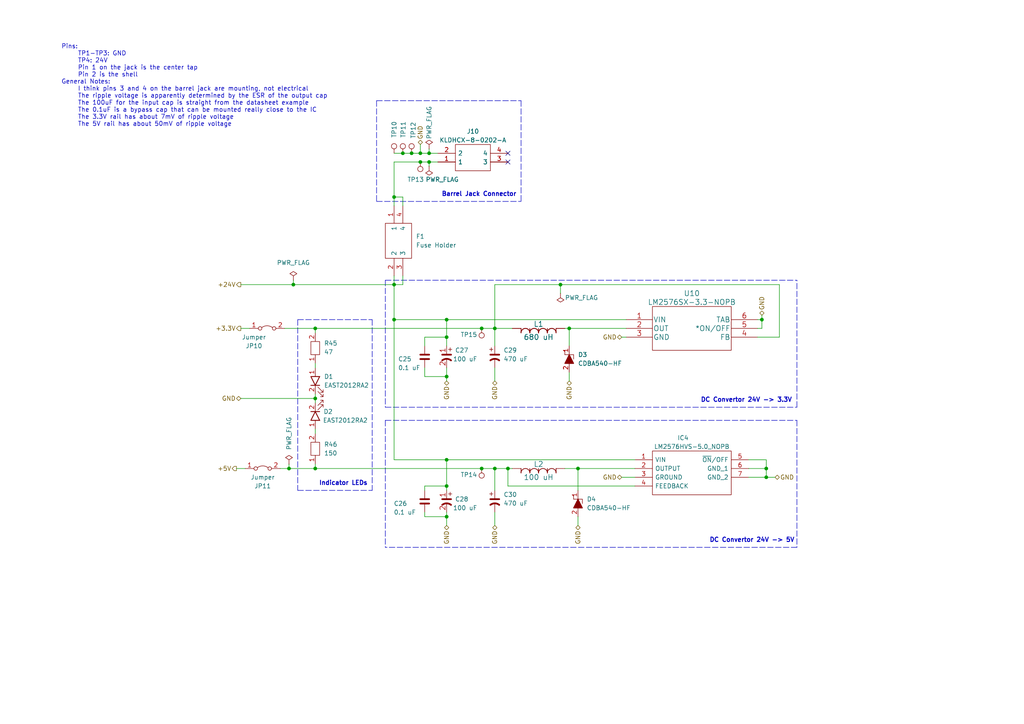
<source format=kicad_sch>
(kicad_sch (version 20211123) (generator eeschema)
  (paper "A4")
  (title_block (title "Power Supply Subsystem") (company "The Great Gambit"))
  (lib_symbols
    (symbol "3588:3588" (pin_names (offset 0.762))
      (property "Reference" "F" (at 16.51 7.62 0))
      (property "Value" "3588" (at 16.51 5.08 0))
      (symbol "3588_0_0"
        (pin passive line (at 0 -2.54 0) (length 5.08) (name "1") (number "1"))
        (pin passive line (at 20.32 -2.54 180) (length 5.08) (name "2") (number "2"))
        (pin passive line (at 20.32 0 180) (length 5.08) (name "3") (number "3"))
        (pin passive line (at 0 0 0) (length 5.08) (name "4") (number "4"))
      )
      (symbol "3588_0_1"
        (polyline (pts (xy 5.08 2.54) (xy 15.24 2.54) (xy 15.24 -5.08) (xy 5.08 -5.08) (xy 5.08 2.54)) (stroke (width 0.1524)))
      )
    )
    (symbol "5010:5010"
      (property "Reference" "TP" (at 2.032 0.762 0))
      (symbol "5010_0_1"
        (circle (center 0 2.032) (radius 0.762))
      )
      (symbol "5010_1_1"
        (pin passive line (at 0 0 90) (length 1.27) (name "") (number ""))
      )
    )
    (symbol "860020573008860020573008_1"
      (property "Reference" "C" (at 0 0 0))
      (property "Value" "860020573008860020573008_1" (at 0 -6.35 0))
      (symbol "860020573008860020573008_1_0_1"
        (polyline (pts (xy -3.302 -3.556) (xy -2.286 -3.556)))
        (polyline (pts (xy -2.794 -4.064) (xy -2.794 -3.048)))
        (arc (start 0.381 -1.27) (mid -0.0571 -2.54) (end 0.381 -3.81) (stroke (width 0.508)))
      )
      (symbol "860020573008860020573008_1_1_1"
        (polyline (pts (xy -1.27 -3.81) (xy -1.27 -1.27)) (stroke (width 0.508)))
        (pin passive line (at -3.81 -2.54 0) (length 2.54) (name "") (number "1"))
        (pin passive line (at 2.54 -2.54 180) (length 2.54) (name "") (number "2"))
      )
    )
    (symbol "860020573008:860020573008860020573008"
      (property "Reference" "C" (at 0 0 0))
      (property "Value" "860020573008860020573008" (at 0 -6.35 0))
      (symbol "860020573008860020573008_0_1"
        (polyline (pts (xy -3.302 -3.556) (xy -2.286 -3.556)))
        (polyline (pts (xy -2.794 -4.064) (xy -2.794 -3.048)))
        (arc (start 0.381 -1.27) (mid -0.0571 -2.54) (end 0.381 -3.81) (stroke (width 0.508)))
      )
      (symbol "860020573008860020573008_1_1"
        (polyline (pts (xy -1.27 -3.81) (xy -1.27 -1.27)) (stroke (width 0.508)))
        (pin passive line (at -3.81 -2.54 0) (length 2.54) (name "") (number "1"))
        (pin passive line (at 2.54 -2.54 180) (length 2.54) (name "") (number "2"))
      )
    )
    (symbol "CDBA540-HF:CDBA540-HF" (pin_names (offset 0.762))
      (property "Reference" "D" (at 12.7 8.89 0))
      (property "Value" "CDBA540-HF" (at 12.7 6.35 0))
      (symbol "CDBA540-HF_0_0"
        (pin passive line (at 2.54 0 0) (length 2.54) (name "~") (number "1"))
        (pin passive line (at 10.16 0 180) (length 2.54) (name "~") (number "2"))
      )
      (symbol "CDBA540-HF_0_1"
        (polyline (pts (xy 5.08 -1.27) (xy 3.81 -1.27)))
        (polyline (pts (xy 5.08 1.27) (xy 5.08 -1.27)) (stroke (width 0.1524)))
        (polyline (pts (xy 5.08 1.27) (xy 6.35 1.27)))
        (polyline (pts (xy 5.08 0) (xy 7.62 1.27) (xy 7.62 -1.27) (xy 5.08 0)) (stroke (width 0.254)) (fill (type outline)))
      )
    )
    (symbol "CHP2512AFX-47R0ELF:47" (pin_names (offset 0.762))
      (property "Reference" "R" (at 3.556 4.572 0))
      (property "Value" "47" (at 3.048 2.286 0))
      (symbol "47_0_0"
        (pin passive line (at 0 0 0) (length 2.54) (name "~") (number "1"))
        (pin passive line (at 8.89 0 180) (length 2.45) (name "~") (number "2"))
      )
      (symbol "47_0_1"
        (polyline (pts (xy 2.54 1.27) (xy 6.35 1.27) (xy 6.35 -1.27) (xy 2.54 -1.27) (xy 2.54 1.27)) (stroke (width 0.1524)))
      )
    )
    (symbol "CL10B104KB8NNNC:CL10B104KB8NNNC" (pin_numbers hide) (pin_names (offset 1.651) hide)
      (property "Reference" "C" (at 3.81 2.54 0))
      (property "Value" "CL10B104KB8NNNC" (at 3.81 -7.62 0))
      (symbol "CL10B104KB8NNNC_1_1"
        (polyline (pts (xy 2.54 -1.27) (xy 2.54 1.27)) (stroke (width 0.508)))
        (polyline (pts (xy 3.81 -1.27) (xy 3.81 1.27)) (stroke (width 0.508)))
        (pin passive line (at 0 0 0) (length 2.54) (name "1") (number "1"))
        (pin passive line (at 6.35 0 180) (length 2.54) (name "2") (number "2"))
      )
    )
    (symbol "EAST2012RA2:EAST2012RA2"
      (property "Reference" "D" (at 0 3.81 0))
      (property "Value" "EAST2012RA2" (at 0 -3.81 0))
      (symbol "EAST2012RA2_0_1"
        (polyline (pts (xy -1.27 -1.27) (xy -1.27 1.27)) (stroke (width 0.254)))
        (polyline (pts (xy 1.27 -1.27) (xy 1.27 1.27) (xy -1.27 0) (xy 1.27 -1.27)) (stroke (width 0.254)))
        (polyline (pts (xy -3.048 -0.762) (xy -4.572 -2.286) (xy -3.81 -2.286) (xy -4.572 -2.286) (xy -4.572 -1.524)))
        (polyline (pts (xy -1.778 -0.762) (xy -3.302 -2.286) (xy -2.54 -2.286) (xy -3.302 -2.286) (xy -3.302 -1.524)))
      )
      (symbol "EAST2012RA2_1_1"
        (pin passive line (at 3.81 0 180) (length 2.54) (name "") (number "1"))
        (pin passive line (at -3.81 0 0) (length 2.54) (name "") (number "2"))
      )
    )
    (symbol "EEE-FP1E471AP:470uF" (pin_numbers hide) (pin_names (offset 1.651) hide)
      (property "Reference" "C" (at 2.54 5.08 0))
      (property "Value" "470uF" (at 5.08 2.54 0))
      (symbol "470uF_0_1"
        (polyline (pts (xy 0.508 -1.016) (xy 1.524 -1.016)))
        (polyline (pts (xy 1.016 -1.524) (xy 1.016 -0.508)))
        (arc (start 4.191 1.27) (mid 3.753 0) (end 4.191 -1.27) (stroke (width 0.508)))
      )
      (symbol "470uF_1_1"
        (polyline (pts (xy 2.54 -1.27) (xy 2.54 1.27)) (stroke (width 0.508)))
        (pin passive line (at 0 0 0) (length 2.54) (name "") (number "1"))
        (pin passive line (at 6.35 0 180) (length 2.54) (name "") (number "2"))
      )
    )
    (symbol "KLDHCX-8-0202-A:KLDHCX-8-0202-A" (pin_names (offset 0.762))
      (property "Reference" "J" (at 16.51 7.62 0))
      (property "Value" "KLDHCX-8-0202-A" (at 16.51 5.08 0))
      (symbol "KLDHCX-8-0202-A_0_0"
        (pin passive line (at 0 0 0) (length 5.08) (name "1") (number "1"))
        (pin passive line (at 0 -2.54 0) (length 5.08) (name "2") (number "2"))
        (pin passive line (at 20.32 0 180) (length 5.08) (name "3") (number "3"))
        (pin passive line (at 20.32 -2.54 180) (length 5.08) (name "4") (number "4"))
      )
      (symbol "KLDHCX-8-0202-A_0_1"
        (polyline (pts (xy 5.08 2.54) (xy 15.24 2.54) (xy 15.24 -5.08) (xy 5.08 -5.08) (xy 5.08 2.54)) (stroke (width 0.1524)))
      )
    )
    (symbol "LM2576HVS-5.0_NOPB:LM2576HVS-5.0_NOPB" (pin_names (offset 0.762))
      (property "Reference" "IC" (at 15.24 6.35 0))
      (property "Value" "LM2576HVS-5.0_NOPB" (at 5.08 3.81 0))
      (symbol "LM2576HVS-5.0_NOPB_0_0"
        (pin passive line (at 0 0 0) (length 5.08) (name "VIN") (number "1"))
        (pin passive line (at 0 -2.54 0) (length 5.08) (name "OUTPUT") (number "2"))
        (pin passive line (at 0 -5.08 0) (length 5.08) (name "GROUND") (number "3"))
        (pin passive line (at 0 -7.62 0) (length 5.08) (name "FEEDBACK") (number "4"))
        (pin passive line (at 33.02 0 180) (length 5.08) (name "~{ON}/OFF") (number "5"))
        (pin passive line (at 33.02 -2.54 180) (length 5.08) (name "GND_1") (number "6"))
        (pin passive line (at 33.02 -5.08 180) (length 5.08) (name "GND_2") (number "7"))
      )
      (symbol "LM2576HVS-5.0_NOPB_0_1"
        (polyline (pts (xy 5.08 2.54) (xy 27.94 2.54) (xy 27.94 -10.16) (xy 5.08 -10.16) (xy 5.08 2.54)) (stroke (width 0.1524)))
      )
    )
    (symbol "LM2576SX-3.3-NOPB:LM2576SX-3.3-NOPB" (pin_names (offset 0.254))
      (property "Reference" "IC" (at 19.05 7.62 0))
      (property "Value" "LM2576SX-3.3-NOPB" (at 19.05 5.08 0))
      (symbol "LM2576SX-3.3-NOPB_0_1"
        (polyline (pts (xy 7.62 3.81) (xy 30.48 3.81) (xy 30.48 -8.89) (xy 7.62 -8.89) (xy 7.62 3.81)) (stroke (width 0.1524)))
      )
      (symbol "LM2576SX-3.3-NOPB_1_1"
        (pin power_in line (at 0 0 0) (length 7.62) (name "VIN") (number "1"))
        (pin power_out line (at 0 -2.54 0) (length 7.62) (name "OUT") (number "2"))
        (pin power_in line (at 0 -5.08 0) (length 7.62) (name "GND") (number "3"))
        (pin input line (at 38.1 -5.08 180) (length 7.62) (name "FB") (number "4"))
        (pin input line (at 38.1 -2.54 180) (length 7.62) (name "*ON/OFF") (number "5"))
        (pin power_in line (at 38.1 0 180) (length 7.62) (name "TAB") (number "6"))
      )
    )
    (symbol "PA4344-104NLT:PA4344.104NLT" (pin_numbers hide) (pin_names (offset 1.651) hide)
      (property "Reference" "L" (at 6.985 5.08 0))
      (property "Value" "PA4344.104NLT" (at 6.985 -5.715 0))
      (symbol "PA4344.104NLT_1_1"
        (polyline (pts (xy 2.54 0) (xy 2.54 1.27)) (stroke (width 0.2032)))
        (polyline (pts (xy 5.08 0) (xy 5.08 1.27)) (stroke (width 0.2032)))
        (polyline (pts (xy 7.62 0) (xy 7.62 1.27)) (stroke (width 0.2032)))
        (polyline (pts (xy 10.16 0) (xy 10.16 1.27)) (stroke (width 0.2032)))
        (polyline (pts (xy 12.7 0) (xy 12.7 1.27)) (stroke (width 0.2032)))
        (arc (start 2.54 1.27) (mid 3.81 0) (end 5.08 1.27) (stroke (width 0.2032)))
        (arc (start 5.08 1.27) (mid 6.35 0) (end 7.62 1.27) (stroke (width 0.2032)))
        (arc (start 7.62 1.27) (mid 8.89 0) (end 10.16 1.27) (stroke (width 0.2032)))
        (arc (start 10.16 1.27) (mid 11.43 0) (end 12.7 1.27) (stroke (width 0.2032)))
        (pin passive line (at 15.24 0 180) (length 2.54) (name "1") (number "1"))
        (pin passive line (at 0 0 0) (length 2.54) (name "2") (number "2"))
      )
    )
    (symbol "PH1-02-UA:PH1-02-UA"
      (property "Reference" "JP" (at 0 0 0))
      (property "Value" "PH1-02-UA" (at 0 0 0))
      (symbol "PH1-02-UA_0_0"
        (circle (center -2.032 2.54) (radius 0.508))
        (circle (center 2.032 2.54) (radius 0.508))
      )
      (symbol "PH1-02-UA_0_1"
        (arc (start 1.524 2.794) (mid 0 3.302) (end -1.524 2.794))
      )
      (symbol "PH1-02-UA_1_1"
        (pin passive line (at -5.08 2.54 0) (length 2.54) (name "") (number "1"))
        (pin passive line (at 5.08 2.54 180) (length 2.54) (name "") (number "2"))
      )
    )
    (symbol "SDR03EZPF1500:SDR03EZPF1500" (pin_names (offset 0.762))
      (property "Reference" "R" (at 13.97 6.35 0))
      (property "Value" "SDR03EZPF1500" (at 13.97 3.81 0))
      (symbol "SDR03EZPF1500_0_0"
        (pin passive line (at 0 0 0) (length 2.54) (name "~") (number "1"))
        (pin passive line (at 8.89 0 180) (length 2.45) (name "~") (number "2"))
      )
      (symbol "SDR03EZPF1500_0_1"
        (polyline (pts (xy 2.54 1.27) (xy 6.35 1.27) (xy 6.35 -1.27) (xy 2.54 -1.27) (xy 2.54 1.27)) (stroke (width 0.1524)))
      )
    )
    (symbol "SRR1210-681M:SRR1210-681M" (pin_numbers hide) (pin_names (offset 1.651) hide)
      (property "Reference" "L" (at 6.985 5.08 0))
      (property "Value" "SRR1210-681M" (at 6.985 -5.715 0))
      (symbol "SRR1210-681M_1_1"
        (polyline (pts (xy 2.54 0) (xy 2.54 1.27)) (stroke (width 0.2032)))
        (polyline (pts (xy 5.08 0) (xy 5.08 1.27)) (stroke (width 0.2032)))
        (polyline (pts (xy 7.62 0) (xy 7.62 1.27)) (stroke (width 0.2032)))
        (polyline (pts (xy 10.16 0) (xy 10.16 1.27)) (stroke (width 0.2032)))
        (polyline (pts (xy 12.7 0) (xy 12.7 1.27)) (stroke (width 0.2032)))
        (arc (start 2.54 1.27) (mid 3.81 0) (end 5.08 1.27) (stroke (width 0.254)))
        (arc (start 5.08 1.27) (mid 6.35 0) (end 7.62 1.27) (stroke (width 0.254)))
        (arc (start 7.62 1.27) (mid 8.89 0) (end 10.16 1.27) (stroke (width 0.254)))
        (arc (start 10.16 1.27) (mid 11.43 0) (end 12.7 1.27) (stroke (width 0.254)))
        (pin passive line (at 15.24 0 180) (length 2.54) (name "1") (number "1"))
        (pin passive line (at 0 0 0) (length 2.54) (name "2") (number "2"))
      )
    )
    (symbol "power:PWR_FLAG" (power) (pin_numbers hide) (pin_names (offset 0) hide)
      (property "Value" "PWR_FLAG" (at 0 3.81 0))
      (symbol "PWR_FLAG_0_0"
        (pin power_out line (at 0 0 90) (length 0) (name "pwr") (number "1"))
      )
      (symbol "PWR_FLAG_0_1"
        (polyline (pts (xy 0 0) (xy 0 1.27) (xy -1.016 1.905) (xy 0 2.54) (xy 1.016 1.905) (xy 0 1.27)))
      )
    )
  )
  (junction (at 129.54 97.79))
  (junction (at 121.92 44.45))
  (junction (at 165.1 95.25))
  (junction (at 83.82 135.89))
  (junction (at 124.46 46.99))
  (junction (at 114.3 82.55))
  (junction (at 129.54 109.22))
  (junction (at 91.44 135.89))
  (junction (at 147.32 135.89))
  (junction (at 139.7 95.25))
  (junction (at 129.54 140.97))
  (junction (at 129.54 92.71))
  (junction (at 129.54 149.86))
  (junction (at 143.51 95.25))
  (junction (at 220.98 92.71))
  (junction (at 162.56 82.55))
  (junction (at 85.09 82.55))
  (junction (at 124.46 44.45))
  (junction (at 139.7 135.89))
  (junction (at 114.3 92.71))
  (junction (at 91.44 115.57))
  (junction (at 116.84 44.45))
  (junction (at 167.64 135.89))
  (junction (at 222.25 138.43))
  (junction (at 143.51 135.89))
  (junction (at 114.3 57.15))
  (junction (at 222.25 135.89))
  (junction (at 91.44 95.25))
  (junction (at 119.38 44.45))
  (junction (at 121.92 46.99))
  (junction (at 129.54 133.35))
  (no_connect (at 147.32 44.45))
  (no_connect (at 147.32 46.99))
  (wire (pts (xy 121.92 46.99) (xy 114.3 46.99)))
  (wire (pts (xy 124.46 48.26) (xy 124.46 46.99)))
  (wire (pts (xy 124.46 44.45) (xy 127 44.45)))
  (wire (pts (xy 162.56 82.55) (xy 226.06 82.55)))
  (wire (pts (xy 91.44 95.25) (xy 91.44 96.52)))
  (wire (pts (xy 68.58 135.89) (xy 71.12 135.89)))
  (wire (pts (xy 114.3 82.55) (xy 114.3 92.71)))
  (wire (pts (xy 220.98 91.44) (xy 220.98 92.71)))
  (polyline (pts (xy 111.76 118.11) (xy 231.14 118.11)))
  (wire (pts (xy 143.51 95.25) (xy 148.59 95.25)))
  (wire (pts (xy 123.19 142.24) (xy 123.19 140.97)))
  (wire (pts (xy 69.85 82.55) (xy 85.09 82.55)))
  (wire (pts (xy 222.25 138.43) (xy 224.79 138.43)))
  (wire (pts (xy 129.54 92.71) (xy 129.54 97.79)))
  (wire (pts (xy 82.55 95.25) (xy 91.44 95.25)))
  (wire (pts (xy 121.92 44.45) (xy 124.46 44.45)))
  (wire (pts (xy 91.44 124.46) (xy 91.44 125.73)))
  (wire (pts (xy 114.3 46.99) (xy 114.3 57.15)))
  (wire (pts (xy 116.84 57.15) (xy 114.3 57.15)))
  (polyline (pts (xy 109.22 29.21) (xy 109.22 58.42)))
  (wire (pts (xy 163.83 95.25) (xy 165.1 95.25)))
  (polyline (pts (xy 86.36 92.71) (xy 86.36 142.24)))
  (wire (pts (xy 217.17 138.43) (xy 222.25 138.43)))
  (wire (pts (xy 147.32 135.89) (xy 147.32 140.97)))
  (wire (pts (xy 143.51 82.55) (xy 143.51 95.25)))
  (wire (pts (xy 143.51 148.59) (xy 143.51 152.4)))
  (wire (pts (xy 219.71 97.79) (xy 226.06 97.79)))
  (wire (pts (xy 147.32 140.97) (xy 184.15 140.97)))
  (polyline (pts (xy 111.76 81.28) (xy 231.14 81.28)))
  (wire (pts (xy 116.84 44.45) (xy 114.3 44.45)))
  (polyline (pts (xy 231.14 121.92) (xy 231.14 158.75)))
  (wire (pts (xy 220.98 95.25) (xy 220.98 92.71)))
  (wire (pts (xy 180.34 138.43) (xy 184.15 138.43)))
  (wire (pts (xy 143.51 106.68) (xy 143.51 110.49)))
  (wire (pts (xy 184.15 133.35) (xy 129.54 133.35)))
  (wire (pts (xy 143.51 82.55) (xy 162.56 82.55)))
  (wire (pts (xy 180.34 97.79) (xy 181.61 97.79)))
  (wire (pts (xy 121.92 44.45) (xy 119.38 44.45)))
  (wire (pts (xy 114.3 82.55) (xy 116.84 82.55)))
  (wire (pts (xy 123.19 149.86) (xy 129.54 149.86)))
  (wire (pts (xy 217.17 133.35) (xy 222.25 133.35)))
  (polyline (pts (xy 109.22 29.21) (xy 151.13 29.21)))
  (wire (pts (xy 167.64 135.89) (xy 184.15 135.89)))
  (wire (pts (xy 129.54 109.22) (xy 129.54 110.49)))
  (wire (pts (xy 129.54 133.35) (xy 114.3 133.35)))
  (wire (pts (xy 129.54 148.59) (xy 129.54 149.86)))
  (wire (pts (xy 114.3 82.55) (xy 114.3 80.01)))
  (wire (pts (xy 91.44 106.68) (xy 91.44 105.41)))
  (wire (pts (xy 85.09 82.55) (xy 114.3 82.55)))
  (wire (pts (xy 91.44 114.3) (xy 91.44 115.57)))
  (wire (pts (xy 116.84 82.55) (xy 116.84 80.01)))
  (polyline (pts (xy 86.36 142.24) (xy 107.95 142.24)))
  (wire (pts (xy 129.54 133.35) (xy 129.54 140.97)))
  (wire (pts (xy 162.56 82.55) (xy 162.56 85.09)))
  (wire (pts (xy 217.17 135.89) (xy 222.25 135.89)))
  (polyline (pts (xy 231.14 118.11) (xy 231.14 81.28)))
  (wire (pts (xy 116.84 59.69) (xy 116.84 57.15)))
  (wire (pts (xy 219.71 92.71) (xy 220.98 92.71)))
  (wire (pts (xy 226.06 82.55) (xy 226.06 97.79)))
  (wire (pts (xy 124.46 43.18) (xy 124.46 44.45)))
  (wire (pts (xy 165.1 95.25) (xy 165.1 100.33)))
  (wire (pts (xy 222.25 135.89) (xy 222.25 138.43)))
  (wire (pts (xy 69.85 115.57) (xy 91.44 115.57)))
  (wire (pts (xy 124.46 46.99) (xy 127 46.99)))
  (wire (pts (xy 91.44 115.57) (xy 91.44 116.84)))
  (wire (pts (xy 165.1 95.25) (xy 181.61 95.25)))
  (wire (pts (xy 85.09 81.28) (xy 85.09 82.55)))
  (wire (pts (xy 163.83 135.89) (xy 167.64 135.89)))
  (wire (pts (xy 123.19 140.97) (xy 129.54 140.97)))
  (wire (pts (xy 181.61 92.71) (xy 129.54 92.71)))
  (polyline (pts (xy 111.76 81.28) (xy 111.76 118.11)))
  (wire (pts (xy 123.19 97.79) (xy 129.54 97.79)))
  (wire (pts (xy 119.38 44.45) (xy 116.84 44.45)))
  (wire (pts (xy 147.32 135.89) (xy 148.59 135.89)))
  (wire (pts (xy 129.54 97.79) (xy 129.54 100.33)))
  (wire (pts (xy 167.64 149.86) (xy 167.64 152.4)))
  (polyline (pts (xy 231.14 158.75) (xy 111.76 158.75)))
  (wire (pts (xy 143.51 95.25) (xy 143.51 100.33)))
  (wire (pts (xy 121.92 44.45) (xy 121.92 41.91)))
  (wire (pts (xy 123.19 109.22) (xy 129.54 109.22)))
  (wire (pts (xy 129.54 149.86) (xy 129.54 152.4)))
  (wire (pts (xy 83.82 134.62) (xy 83.82 135.89)))
  (wire (pts (xy 129.54 140.97) (xy 129.54 142.24)))
  (wire (pts (xy 123.19 106.68) (xy 123.19 109.22)))
  (polyline (pts (xy 107.95 92.71) (xy 107.95 142.24)))
  (wire (pts (xy 114.3 57.15) (xy 114.3 59.69)))
  (wire (pts (xy 167.64 142.24) (xy 167.64 135.89)))
  (wire (pts (xy 129.54 106.68) (xy 129.54 109.22)))
  (wire (pts (xy 121.92 46.99) (xy 124.46 46.99)))
  (polyline (pts (xy 109.22 58.42) (xy 151.13 58.42)))
  (wire (pts (xy 91.44 135.89) (xy 139.7 135.89)))
  (wire (pts (xy 123.19 148.59) (xy 123.19 149.86)))
  (wire (pts (xy 81.28 135.89) (xy 83.82 135.89)))
  (wire (pts (xy 91.44 95.25) (xy 139.7 95.25)))
  (wire (pts (xy 123.19 100.33) (xy 123.19 97.79)))
  (wire (pts (xy 139.7 95.25) (xy 143.51 95.25)))
  (wire (pts (xy 83.82 135.89) (xy 91.44 135.89)))
  (wire (pts (xy 139.7 135.89) (xy 143.51 135.89)))
  (wire (pts (xy 143.51 135.89) (xy 143.51 142.24)))
  (wire (pts (xy 114.3 92.71) (xy 114.3 133.35)))
  (wire (pts (xy 114.3 92.71) (xy 129.54 92.71)))
  (polyline (pts (xy 151.13 29.21) (xy 151.13 58.42)))
  (polyline (pts (xy 111.76 121.92) (xy 111.76 158.75)))
  (wire (pts (xy 222.25 133.35) (xy 222.25 135.89)))
  (polyline (pts (xy 86.36 92.71) (xy 107.95 92.71)))
  (wire (pts (xy 165.1 107.95) (xy 165.1 110.49)))
  (polyline (pts (xy 111.76 121.92) (xy 231.14 121.92)))
  (wire (pts (xy 219.71 95.25) (xy 220.98 95.25)))
  (wire (pts (xy 91.44 134.62) (xy 91.44 135.89)))
  (wire (pts (xy 69.85 95.25) (xy 72.39 95.25)))
  (wire (pts (xy 143.51 135.89) (xy 147.32 135.89)))
  (text "Pins:\n	TP1-TP3: GND\n	TP4: 24V\n	Pin 1 on the jack is the center tap\n	Pin 2 is the shell\nGeneral Notes:\n	I think pins 3 and 4 on the barrel jack are mounting, not electrical\n	The ripple voltage is apparently determined by the ESR of the output cap\n	The 100uF for the input cap is straight from the datasheet example\n	The 0.1uF is a bypass cap that can be mounted really close to the IC\n	The 3.3V rail has about 7mV of ripple voltage\n	The 5V rail has about 50mV of ripple voltage" (at 17.78 36.83 0) (effects (font (size 1.27 1.27)) (justify left bottom)))
  (text "DC Convertor 24V -> 5V" (at 205.74 157.48 0) (effects (font (size 1.27 1.27) (thickness 0.254) bold) (justify left bottom)))
  (text "Barrel Jack Connector" (at 149.86 57.15 180) (effects (font (size 1.27 1.27) (thickness 0.254) bold) (justify right bottom)))
  (text "DC Convertor 24V -> 3.3V" (at 203.2 116.84 0) (effects (font (size 1.27 1.27) (thickness 0.254) bold) (justify left bottom)))
  (text "Indicator LEDs" (at 106.68 140.97 180) (effects (font (size 1.27 1.27) (thickness 0.254) bold) (justify right bottom)))
  (hierarchical_label "GND" (shape bidirectional) (at 224.79 138.43 0))
  (hierarchical_label "GND" (shape bidirectional) (at 121.92 41.91 90))
  (hierarchical_label "+3.3V" (shape output) (at 69.85 95.25 180))
  (hierarchical_label "GND" (shape bidirectional) (at 180.34 138.43 180))
  (hierarchical_label "GND" (shape bidirectional) (at 143.51 110.49 270))
  (hierarchical_label "+24V" (shape output) (at 69.85 82.55 180))
  (hierarchical_label "GND" (shape bidirectional) (at 167.64 152.4 270))
  (hierarchical_label "GND" (shape bidirectional) (at 180.34 97.79 180))
  (hierarchical_label "GND" (shape bidirectional) (at 220.98 91.44 90))
  (hierarchical_label "GND" (shape bidirectional) (at 165.1 110.49 270))
  (hierarchical_label "GND" (shape bidirectional) (at 69.85 115.57 180))
  (hierarchical_label "+5V" (shape output) (at 68.58 135.89 180))
  (hierarchical_label "GND" (shape bidirectional) (at 129.54 152.4 270))
  (hierarchical_label "GND" (shape bidirectional) (at 129.54 110.49 270))
  (hierarchical_label "GND" (shape bidirectional) (at 143.51 152.4 270))
  (symbol (lib_id "EEE-FP1E471AP:470uF") (at 143.51 142.24 270) (unit 1)
    (property "Reference" "C30" (at 146.05 143.4464 90) (effects (justify left)))
    (property "Value" "470 uF" (at 146.05 145.9864 90) (effects (justify left)))
    (property "Footprint" "CAP_EEFK_G_PAN" (effects hide))
    (property "Datasheet" "https://industrial.panasonic.com/ww/products/pt/aluminum-cap-smd/models/EEEFP1E471AP" (effects hide))
    (property "Digikey Part Number" "PCE4440CT-ND" (effects hide))
    (property "Mouser Part Number" " 667-EEE-FP1E471AP" (effects hide))
    (property "Digikey Link" "https://www.digikey.com/en/products/detail/panasonic-electronic-components/EEE-FP1E471AP/1245939?s=N4IgTCBcDaIKIILQDEAKBGOAWA7OggqiALoC%2BQA" (effects hide))
    (property "Mouser Link" "https://www.mouser.com/ProductDetail/Panasonic/EEE-FP1E471AP?qs=d1CqaRUMZD%2FXitiaorEYaQ%3D%3D" (effects hide))
    (property "Manufacturer's Part Number" "EEE-FP1E471AP" (effects hide))
  )
  (symbol (lib_id "CL10B104KB8NNNC:CL10B104KB8NNNC") (at 123.19 148.59 90) (unit 1)
    (property "Reference" "C26" (at 118.11 146.05 90) (effects (justify left)))
    (property "Value" "0.1 uF" (at 120.65 148.59 90) (effects (justify left)))
    (property "Footprint" "CL10B104KB8NNNC:CL10B104KB8NNNC" (effects hide))
    (property "Datasheet" "https://media.digikey.com/pdf/Data%20Sheets/Samsung%20PDFs/CL10B104KB8NNNC_Spec.pdf" (effects hide))
    (property "Manufacturer's Part Number" "CL10B104KB8NNNC" (effects hide))
    (property "Digikey Part Number" "1276-1000-1-ND" (effects hide))
    (property "Mouser Part Number" "187-CL10B104KB8NNNC" (effects hide))
    (property "Digikey Link" "https://www.digikey.com/en/products/detail/samsung-electro-mechanics/CL10B104KB8NNNC/3886658?s=N4IgTCBcDaIMIBkCMAGAQqgLAaTQDgDki4QBdAXyA" (effects hide))
    (property "Mouser Link" "https://www.mouser.com/ProductDetail/Samsung-Electro-Mechanics/CL10B104KB8NNNC?qs=349EhDEZ59rvGc2rLwVOdA%3D%3D" (effects hide))
  )
  (symbol (lib_id "power:PWR_FLAG") (at 124.46 48.26 180) (unit 1)
    (property "Reference" "#FLG05" (effects hide))
    (property "Value" "PWR_FLAG" (at 128.27 52.07 0))
  )
  (symbol (lib_id "KLDHCX-8-0202-A:KLDHCX-8-0202-A") (at 127 46.99 0) (mirror x) (unit 1)
    (property "Reference" "J10" (at 137.16 38.1 0))
    (property "Value" "KLDHCX-8-0202-A" (at 137.16 40.64 0))
    (property "Footprint" "KLDHCX80202A" (effects hide))
    (property "Datasheet" "https://media.digikey.com/pdf/Data%20Sheets/Kycon%20PDFs/KLDHCX-8-0202-x.pdf" (effects hide))
    (property "Mouser Part Number" "806-KLDHCX-8-0202-A" (effects hide))
    (property "Manufacturer's Part Number" "KLDHCX-8-0202-A" (effects hide))
    (property "Digikey Part Number" "2092-KLDHCX-8-0202-A-ND" (effects hide))
    (property "Digikey Link" "https://www.digikey.com/en/products/detail/kycon-inc/KLDHCX-8-0202-A/9990102" (effects hide))
    (property "Mouser Link" "https://www.mouser.com/ProductDetail/Kycon/KLDHCX-8-0202-A?qs=8jfIC9vqKDumIG1oGh6fxg%3D%3D" (effects hide))
  )
  (symbol (lib_id "5010:5010") (at 114.3 44.45 0) (mirror y) (unit 1)
    (property "Reference" "TP10" (at 114.3176 40.0045 90) (effects (justify left)))
    (property "Value" "TestPoint" (effects hide))
    (property "Footprint" "TestPoint:TestPoint_Keystone_5010-5014_Multipurpose" (effects hide))
    (property "Datasheet" "https://www.keyelco.com/userAssets/file/M65p56.pdf" (effects hide))
    (property "Digikey Part Number" "36-5010-ND" (effects hide))
    (property "Manufacturer's Part Number" "5010" (effects hide))
    (property "Mouser Part Number" "534-5010" (effects hide))
    (property "Digikey Link" "https://www.digikey.com/en/products/detail/keystone-electronics/5010/255332?s=N4IgTCBcDaIMwDYC0BWADARjUgcgERAF0BfIAhttps://www.digikey.com/en/products/detail/keystone-electronics/5010/255332?s=N4IgTCBcDaIMwDYC0BWADARjUgcgERAF0BfIA" (effects hide))
    (property "Mouser Link" "https://www.mouser.com/ProductDetail/Keystone-Electronics/5010?qs=qOqV1E1P08SzD%252BWfk1wMXQ%3D%3D" (effects hide))
  )
  (symbol (lib_id "860020573008:860020573008860020573008") (at 127 146.05 90) (mirror x) (unit 1)
    (property "Reference" "C28" (at 135.89 144.78 90) (effects (justify left)))
    (property "Value" "100 uF" (at 138.43 147.32 90) (effects (justify left)))
    (property "Footprint" "Capacitor_THT:C_Radial_D6.3mm_H5.0mm_P2.50mm" (effects hide))
    (property "Datasheet" "https://www.we-online.com/katalog/datasheet/860020573008.pdf" (effects hide))
    (property "Manufacturer's Part Number" "860020573008" (effects hide))
    (property "Digikey Part Number" "732-8942-1-ND" (effects hide))
    (property "Mouser Part Number" "710-860020573008" (effects hide))
    (property "Digikey Link" "https://www.digikey.com/en/products/detail/w%C3%BCrth-elektronik/860020573008/5727177?s=N4IgTCBcDaIOwGYwFoAcBOALCgjMgcgCIgC6AvkA" (effects hide))
    (property "Mouser Link" "https://www.mouser.com/ProductDetail/Wurth-Elektronik/860020573008?qs=0KOYDY2FL2%2FoGR9eInsheg%3D%3Dhttps://www.mouser.com/ProductDetail/Wurth-Elektronik/860020573008?qs=0KOYDY2FL2%2FoGR9eInsheg%3D%3D" (effects hide))
  )
  (symbol (lib_id "power:PWR_FLAG") (at 85.09 81.28 0) (unit 1)
    (property "Reference" "#FLG03" (effects hide))
    (property "Value" "PWR_FLAG" (at 85.09 76.2 0))
  )
  (symbol (lib_id "5010:5010") (at 121.92 46.99 0) (mirror x) (unit 1)
    (property "Reference" "TP13" (at 118.11 52.07 0) (effects (justify left)))
    (property "Value" "TestPoint" (effects hide))
    (property "Footprint" "TestPoint:TestPoint_Keystone_5010-5014_Multipurpose" (effects hide))
    (property "Datasheet" "https://www.keyelco.com/userAssets/file/M65p56.pdf" (effects hide))
    (property "Digikey Part Number" "36-5010-ND" (effects hide))
    (property "Manufacturer's Part Number" "5010" (effects hide))
    (property "Mouser Part Number" "534-5010" (effects hide))
    (property "Digikey Link" "https://www.digikey.com/en/products/detail/keystone-electronics/5010/255332?s=N4IgTCBcDaIMwDYC0BWADARjUgcgERAF0BfIAhttps://www.digikey.com/en/products/detail/keystone-electronics/5010/255332?s=N4IgTCBcDaIMwDYC0BWADARjUgcgERAF0BfIA" (effects hide))
    (property "Mouser Link" "https://www.mouser.com/ProductDetail/Keystone-Electronics/5010?qs=qOqV1E1P08SzD%252BWfk1wMXQ%3D%3D" (effects hide))
  )
  (symbol (lib_id "3588:3588") (at 116.84 59.69 270) (unit 1)
    (property "Reference" "F1" (at 120.65 68.5799 90) (effects (justify left)))
    (property "Value" "Fuse Holder" (at 120.65 71.1199 90) (effects (justify left)))
    (property "Footprint" "3588" (effects hide))
    (property "Datasheet" "http://www.keyelco.com/product-pdf.cfm?p=311" (effects hide))
    (property "Digikey Part Number" "36-3588-ND" (effects hide))
    (property "Mouser Part Number" "534-3588" (effects hide))
    (property "Digikey Link" "https://www.digikey.com/en/products/detail/keystone-electronics/3588/2137308" (effects hide))
    (property "Mouser Link" "https://www.mouser.com/ProductDetail/Keystone-Electronics/3588?qs=sGAEpiMZZMuxTAA0eeO5G7CMmHKOSs6W%252BzrFvGS0jRc%3D" (effects hide))
    (property "Manufacturer's Part Number" "3588" (effects hide))
  )
  (symbol (lib_id "LM2576HVS-5.0_NOPB:LM2576HVS-5.0_NOPB") (at 184.15 133.35 0) (unit 1)
    (property "Reference" "IC4" (at 198.12 127 0))
    (property "Value" "LM2576HVS-5.0_NOPB" (at 200.66 129.54 0))
    (property "Footprint" "LM2576HVS50NOPB" (effects hide))
    (property "Datasheet" "https://www.ti.com/lit/ds/symlink/lm2576hv.pdf?HQS=dis-dk-null-digikeymode-dsf-pf-null-wwe&ts=1623300662599" (effects hide))
    (property "Mouser Part Number" "926-LM2576HVS5.0NOPB" (effects hide))
    (property "Manufacturer's Part Number" "LM2576HVS-5.0/NOPB" (effects hide))
    (property "Digikey Part Number" "LM2576HVS-5.0/NOPB-ND" (effects hide))
    (property "Digikey Link" "https://www.digikey.com/en/products/detail/texas-instruments/LM2576HVS-5-0-NOPB/363649?s=N4IgTCBcDaIDIFkwFYDsA2AEgNQMoFpkA6ABgHoA5AeQAUAhEAXQF8g" (effects hide))
    (property "Mouser Link" "https://www.mouser.com/ProductDetail/Texas-Instruments/LM2576HVS-5.0-NOPB?qs=X1J7HmVL2ZHJEgTkAH3ZCg%3D%3D" (effects hide))
  )
  (symbol (lib_id "EAST2012RA2:EAST2012RA2") (at 91.44 110.49 90) (unit 1)
    (property "Reference" "D1" (at 93.98 109.22 90) (effects (justify right)))
    (property "Value" "EAST2012RA2" (at 93.98 111.76 90) (effects (justify right)))
    (property "Footprint" "EAST2012RA2:EAST2012RA2" (effects hide))
    (property "Datasheet" "https://everlightamericas.com/index.php?controller=attachment&id_attachment=1048" (effects hide))
    (property "Digikey Part Number" "1080-EAST2012RA2CT-ND" (effects hide))
    (property "Digikey Link" "https://www.digikey.com/en/products/detail/everlight-electronics-co-ltd/EAST2012RA2/11200793" (effects hide))
    (property "Manufacturer's Part Number" "EAST2012RA2" (effects hide))
  )
  (symbol (lib_id "5010:5010") (at 116.84 44.45 0) (mirror y) (unit 1)
    (property "Reference" "TP11" (at 116.9602 40.0244 90) (effects (justify left)))
    (property "Value" "TestPoint" (effects hide))
    (property "Footprint" "TestPoint:TestPoint_Keystone_5010-5014_Multipurpose" (effects hide))
    (property "Datasheet" "https://www.keyelco.com/userAssets/file/M65p56.pdf" (effects hide))
    (property "Digikey Part Number" "36-5010-ND" (effects hide))
    (property "Manufacturer's Part Number" "5010" (effects hide))
    (property "Mouser Part Number" "534-5010" (effects hide))
    (property "Digikey Link" "https://www.digikey.com/en/products/detail/keystone-electronics/5010/255332?s=N4IgTCBcDaIMwDYC0BWADARjUgcgERAF0BfIAhttps://www.digikey.com/en/products/detail/keystone-electronics/5010/255332?s=N4IgTCBcDaIMwDYC0BWADARjUgcgERAF0BfIA" (effects hide))
    (property "Mouser Link" "https://www.mouser.com/ProductDetail/Keystone-Electronics/5010?qs=qOqV1E1P08SzD%252BWfk1wMXQ%3D%3D" (effects hide))
  )
  (symbol (lib_id "EAST2012RA2:EAST2012RA2") (at 91.44 120.65 90) (mirror x) (unit 1)
    (property "Reference" "D2" (at 96.52 119.38 90) (effects (justify left)))
    (property "Value" "EAST2012RA2" (at 106.68 121.92 90) (effects (justify left)))
    (property "Footprint" "EAST2012RA2:EAST2012RA2" (effects hide))
    (property "Datasheet" "https://everlightamericas.com/index.php?controller=attachment&id_attachment=1048" (effects hide))
    (property "Digikey Part Number" "1080-EAST2012RA2CT-ND" (effects hide))
    (property "Digikey Link" "https://www.digikey.com/en/products/detail/everlight-electronics-co-ltd/EAST2012RA2/11200793" (effects hide))
    (property "Manufacturer's Part Number" "EAST2012RA2" (effects hide))
  )
  (symbol (lib_id "PH1-02-UA:PH1-02-UA") (at 76.2 138.43 0) (unit 1)
    (property "Reference" "JP11" (at 76.2 140.97 0))
    (property "Value" "Jumper" (at 76.2 138.43 0))
    (property "Footprint" "TestPoint:TestPoint_2Pads_Pitch2.54mm_Drill0.8mm" (effects hide))
    (property "Datasheet" "https://app.adam-tech.com/products/download/data_sheet/201605/ph1-xx-ua-data-sheet.pdf" (effects hide))
    (property "Digikey Part Number" "2057-PH1-02-UA-ND" (effects hide))
    (property "Digikey Link" "https://www.digikey.com/en/products/detail/adam-tech/PH1-02-UA/9830266?s=N4IgTCBcDa4AwFYDsBaACgCQIwrmFAqgIIoByAIiALoC%2BQA" (effects hide))
    (property "Manufacturer's Part Number" "PH1-02-UA" (effects hide))
  )
  (symbol (lib_id "CDBA540-HF:CDBA540-HF") (at 165.1 97.79 270) (unit 1)
    (property "Reference" "D3" (at 167.64 102.87 90) (effects (justify left)))
    (property "Value" "CDBA540-HF" (at 167.64 105.41 90) (effects (justify left)))
    (property "Footprint" "DIOM5225X250N" (effects hide))
    (property "Datasheet" "https://datasheet.datasheetarchive.com/originals/distributors/DKDS-12/228866.pdf" (effects hide))
    (property "Digikey Part Number" "641-1707-1-ND" (effects hide))
    (property "Mouser Part Number" "750-CDBA540-HF" (effects hide))
    (property "Digikey Link" "https://www.digikey.com/en/products/detail/comchip-technology/CDBA540-HF/5226175?s=N4IgTCBcDaIAQGEAiAhAggVgCwAYC0AEgGIgC6AvkA" (effects hide))
    (property "Mouser Link" "https://www.mouser.com/ProductDetail/Comchip-Technology/CDBA540-HF?qs=XEIV%2Fho1H6f2kHo2SATLRw%3D%3D" (effects hide))
    (property "Manufacturer's Part Number" "CDBA540-HF" (effects hide))
  )
  (symbol (lib_id "PH1-02-UA:PH1-02-UA") (at 77.47 97.79 0) (unit 1)
    (property "Reference" "JP10" (at 73.66 100.33 0))
    (property "Value" "Jumper" (at 73.66 97.79 0))
    (property "Footprint" "TestPoint:TestPoint_2Pads_Pitch2.54mm_Drill0.8mm" (effects hide))
    (property "Datasheet" "https://app.adam-tech.com/products/download/data_sheet/201605/ph1-xx-ua-data-sheet.pdf" (effects hide))
    (property "Digikey Part Number" "2057-PH1-02-UA-ND" (effects hide))
    (property "Digikey Link" "https://www.digikey.com/en/products/detail/adam-tech/PH1-02-UA/9830266?s=N4IgTCBcDa4AwFYDsBaACgCQIwrmFAqgIIoByAIiALoC%2BQA" (effects hide))
    (property "Manufacturer's Part Number" "PH1-02-UA" (effects hide))
  )
  (symbol (lib_id "5010:5010") (at 139.7 135.89 180) (unit 1)
    (property "Reference" "TP14" (at 138.43 138.43 0) (effects (justify left top)))
    (property "Value" "TestPoint" (effects hide))
    (property "Footprint" "TestPoint:TestPoint_Keystone_5010-5014_Multipurpose" (effects hide))
    (property "Datasheet" "https://www.keyelco.com/userAssets/file/M65p56.pdf" (effects hide))
    (property "Digikey Part Number" "36-5010-ND" (effects hide))
    (property "Manufacturer's Part Number" "5010" (effects hide))
    (property "Mouser Part Number" "534-5010" (effects hide))
    (property "Digikey Link" "https://www.digikey.com/en/products/detail/keystone-electronics/5010/255332?s=N4IgTCBcDaIMwDYC0BWADARjUgcgERAF0BfIAhttps://www.digikey.com/en/products/detail/keystone-electronics/5010/255332?s=N4IgTCBcDaIMwDYC0BWADARjUgcgERAF0BfIA" (effects hide))
    (property "Mouser Link" "https://www.mouser.com/ProductDetail/Keystone-Electronics/5010?qs=qOqV1E1P08SzD%252BWfk1wMXQ%3D%3D" (effects hide))
  )
  (symbol (lib_id "CL10B104KB8NNNC:CL10B104KB8NNNC") (at 123.19 106.68 90) (unit 1)
    (property "Reference" "C25" (at 119.38 104.14 90) (effects (justify left)))
    (property "Value" "0.1 uF" (at 121.92 106.68 90) (effects (justify left)))
    (property "Footprint" "CL10B104KB8NNNC:CL10B104KB8NNNC" (effects hide))
    (property "Datasheet" "https://media.digikey.com/pdf/Data%20Sheets/Samsung%20PDFs/CL10B104KB8NNNC_Spec.pdf" (effects hide))
    (property "Manufacturer's Part Number" "CL10B104KB8NNNC" (effects hide))
    (property "Digikey Part Number" "1276-1000-1-ND" (effects hide))
    (property "Mouser Part Number" "187-CL10B104KB8NNNC" (effects hide))
    (property "Digikey Link" "https://www.digikey.com/en/products/detail/samsung-electro-mechanics/CL10B104KB8NNNC/3886658?s=N4IgTCBcDaIMIBkCMAGAQqgLAaTQDgDki4QBdAXyA" (effects hide))
    (property "Mouser Link" "https://www.mouser.com/ProductDetail/Samsung-Electro-Mechanics/CL10B104KB8NNNC?qs=349EhDEZ59rvGc2rLwVOdA%3D%3D" (effects hide))
  )
  (symbol (lib_name "860020573008860020573008_1") (lib_id "860020573008:860020573008860020573008") (at 127 104.14 90) (mirror x) (unit 1)
    (property "Reference" "C27" (at 135.89 101.6 90) (effects (justify left)))
    (property "Value" "100 uF" (at 138.43 104.14 90) (effects (justify left)))
    (property "Footprint" "Capacitor_THT:C_Radial_D6.3mm_H5.0mm_P2.50mm" (effects hide))
    (property "Datasheet" "https://www.we-online.com/katalog/datasheet/860020573008.pdf" (effects hide))
    (property "Manufacturer's Part Number" "860020573008" (effects hide))
    (property "Digikey Part Number" "732-8942-1-ND" (effects hide))
    (property "Mouser Part Number" "710-860020573008" (effects hide))
    (property "Digikey Link" "https://www.digikey.com/en/products/detail/w%C3%BCrth-elektronik/860020573008/5727177?s=N4IgTCBcDaIOwGYwFoAcBOALCgjMgcgCIgC6AvkA" (effects hide))
    (property "Mouser Link" "https://www.mouser.com/ProductDetail/Wurth-Elektronik/860020573008?qs=0KOYDY2FL2%2FoGR9eInsheg%3D%3Dhttps://www.mouser.com/ProductDetail/Wurth-Elektronik/860020573008?qs=0KOYDY2FL2%2FoGR9eInsheg%3D%3D" (effects hide))
  )
  (symbol (lib_id "SRR1210-681M:SRR1210-681M") (at 163.83 95.25 180) (unit 1)
    (property "Reference" "L1" (at 156.21 93.98 0) (effects (font (size 1.524 1.524))))
    (property "Value" "680 uH" (at 156.21 97.79 0) (effects (font (size 1.524 1.524))))
    (property "Footprint" "SRR1210-681M:SRR1210-681M" (effects hide))
    (property "Datasheet" "https://www.bourns.com/docs/Product-Datasheets/SRR1210.pdf" (effects hide))
    (property "Digikey Part Number" "SRR1210-681MCT-ND" (effects hide))
    (property "Mouser Part Number" "652-SRR1210-681M" (effects hide))
    (property "Digikey Link" "https://www.digikey.com/en/products/detail/bourns-inc/SRR1210-681M/2562365" (effects hide))
    (property "Mouser Link" "https://www.mouser.com/ProductDetail/Bourns/SRR1210-681M?qs=4vvWAaIu%2Fq5i%2FjohIe6dTw%3D%3D" (effects hide))
    (property "Manufacturer's Part Number" "SRR1210-681M" (effects hide))
  )
  (symbol (lib_id "CHP2512AFX-47R0ELF:47") (at 91.44 105.41 90) (unit 1)
    (property "Reference" "R45" (at 93.98 99.5679 90) (effects (justify right)))
    (property "Value" "47" (at 93.98 102.1079 90) (effects (justify right)))
    (property "Footprint" "RESC6431X130N" (effects hide))
    (property "Datasheet" "https://www.bourns.com/products/resistors/thick-film-chip-resistors/product/CHP2512A" (effects hide))
    (property "Manufacturer's Part Number" "CHP2512AFX-47R0ELF" (effects hide))
    (property "Digikey Part Number" "118-CHP2512AFX-47R0ELFCT-ND" (effects hide))
    (property "Mouser Part Number" "652-CHP2512AFX-47R0L" (effects hide))
    (property "Digikey Link" "https://www.digikey.com/en/products/detail/bourns-inc/CHP2512AFX-47R0ELF/12144382?s=N4IgTCBcDaIMIAkAKYCsBGMBBAYgDQFoAWAdgCUAGAUQBkcQBdAXyAhttps://www.digikey.com/en/products/detail/bourns-inc/CHP2512AFX-47R0ELF/12144382?s=N4IgTCBcDaIMIAkAKYCsBGMBBAYgDQFoAWAdgCUAGAUQBkcQBdAXyA" (effects hide))
    (property "Mouser Link" "https://www.mouser.com/ProductDetail/Bourns/CHP2512AFX-47R0ELF?qs=GedFDFLaBXGsr5kcmTJx%252BQ%3D%3D" (effects hide))
  )
  (symbol (lib_id "power:PWR_FLAG") (at 83.82 134.62 0) (unit 1)
    (property "Reference" "#FLG02" (effects hide))
    (property "Value" "PWR_FLAG" (at 83.82 125.73 90))
  )
  (symbol (lib_id "CDBA540-HF:CDBA540-HF") (at 167.64 139.7 270) (unit 1)
    (property "Reference" "D4" (at 170.18 144.78 90) (effects (justify left)))
    (property "Value" "CDBA540-HF" (at 170.18 147.32 90) (effects (justify left)))
    (property "Footprint" "DIOM5225X250N" (effects hide))
    (property "Datasheet" "https://datasheet.datasheetarchive.com/originals/distributors/DKDS-12/228866.pdf" (effects hide))
    (property "Digikey Part Number" "641-1707-1-ND" (effects hide))
    (property "Mouser Part Number" "750-CDBA540-HF" (effects hide))
    (property "Digikey Link" "https://www.digikey.com/en/products/detail/comchip-technology/CDBA540-HF/5226175?s=N4IgTCBcDaIAQGEAiAhAggVgCwAYC0AEgGIgC6AvkA" (effects hide))
    (property "Mouser Link" "https://www.mouser.com/ProductDetail/Comchip-Technology/CDBA540-HF?qs=XEIV%2Fho1H6f2kHo2SATLRw%3D%3D" (effects hide))
    (property "Manufacturer's Part Number" "CDBA540-HF" (effects hide))
  )
  (symbol (lib_id "5010:5010") (at 139.7 95.25 180) (unit 1)
    (property "Reference" "TP15" (at 138.43 97.79 0) (effects (justify left top)))
    (property "Value" "TestPoint" (effects hide))
    (property "Footprint" "TestPoint:TestPoint_Keystone_5010-5014_Multipurpose" (effects hide))
    (property "Datasheet" "https://www.keyelco.com/userAssets/file/M65p56.pdf" (effects hide))
    (property "Digikey Part Number" "36-5010-ND" (effects hide))
    (property "Manufacturer's Part Number" "5010" (effects hide))
    (property "Mouser Part Number" "534-5010" (effects hide))
    (property "Digikey Link" "https://www.digikey.com/en/products/detail/keystone-electronics/5010/255332?s=N4IgTCBcDaIMwDYC0BWADARjUgcgERAF0BfIAhttps://www.digikey.com/en/products/detail/keystone-electronics/5010/255332?s=N4IgTCBcDaIMwDYC0BWADARjUgcgERAF0BfIA" (effects hide))
    (property "Mouser Link" "https://www.mouser.com/ProductDetail/Keystone-Electronics/5010?qs=qOqV1E1P08SzD%252BWfk1wMXQ%3D%3D" (effects hide))
  )
  (symbol (lib_id "5010:5010") (at 119.38 44.45 0) (mirror y) (unit 1)
    (property "Reference" "TP12" (at 120.5959 40.223 90) (effects (justify left top)))
    (property "Value" "TestPoint" (effects hide))
    (property "Footprint" "TestPoint:TestPoint_Keystone_5010-5014_Multipurpose" (effects hide))
    (property "Datasheet" "https://www.keyelco.com/userAssets/file/M65p56.pdf" (effects hide))
    (property "Digikey Part Number" "36-5010-ND" (effects hide))
    (property "Manufacturer's Part Number" "5010" (effects hide))
    (property "Mouser Part Number" "534-5010" (effects hide))
    (property "Digikey Link" "https://www.digikey.com/en/products/detail/keystone-electronics/5010/255332?s=N4IgTCBcDaIMwDYC0BWADARjUgcgERAF0BfIAhttps://www.digikey.com/en/products/detail/keystone-electronics/5010/255332?s=N4IgTCBcDaIMwDYC0BWADARjUgcgERAF0BfIA" (effects hide))
    (property "Mouser Link" "https://www.mouser.com/ProductDetail/Keystone-Electronics/5010?qs=qOqV1E1P08SzD%252BWfk1wMXQ%3D%3D" (effects hide))
  )
  (symbol (lib_id "power:PWR_FLAG") (at 124.46 43.18 0) (unit 1)
    (property "Reference" "#FLG04" (effects hide))
    (property "Value" "PWR_FLAG" (at 124.46 35.56 90))
  )
  (symbol (lib_id "PA4344-104NLT:PA4344.104NLT") (at 163.83 135.89 180) (unit 1)
    (property "Reference" "L2" (at 156.21 134.62 0) (effects (font (size 1.524 1.524))))
    (property "Value" "100 uH" (at 156.21 138.43 0) (effects (font (size 1.524 1.524))))
    (property "Footprint" "PA4344-104NLT:PA4344.104NLT" (effects hide))
    (property "Datasheet" "https://productfinder.pulseelectronics.com/api/public/uploads/product-attachments/datasheet_p771_1608107700.pdf" (effects hide))
    (property "Digikey Part Number" "553-3011-1-ND" (effects hide))
    (property "Mouser Part Number" " 673-PA4344.104NLT" (effects hide))
    (property "Digikey Link" "https://www.digikey.com/en/products/detail/pulse-electronics/PA4344-104NLT/5436343?s=N4IgTCBcDaIA4EMAsBmJSB0BGADEgdgDYAuIAugL5A" (effects hide))
    (property "Mouser Link" "https://www.mouser.com/ProductDetail/Pulse-Electronics/PA4344.104NLT?qs=%2FzQKu7YvIMZbJDWHuToRHA%3D%3D" (effects hide))
    (property "Manufacturer's Part Number" "PA4344.104NLT" (effects hide))
  )
  (symbol (lib_id "LM2576SX-3.3-NOPB:LM2576SX-3.3-NOPB") (at 181.61 92.71 0) (unit 1)
    (property "Reference" "U10" (at 200.66 85.09 0) (effects (font (size 1.524 1.524))))
    (property "Value" "LM2576SX-3.3-NOPB" (at 200.66 87.63 0) (effects (font (size 1.524 1.524))))
    (property "Footprint" "LM2576SX-3.3-NOPB:LM2576SX-3.3-NOPB" (effects hide))
    (property "Datasheet" "https://www.ti.com/general/docs/suppproductinfo.tsp?distId=26&gotoUrl=https://www.ti.com/lit/gpn/lm2576hv" (effects hide))
    (property "Manufacturer's Part Number" "LM2576SX-3.3/NOPB" (effects hide))
    (property "Digikey Part Number" "LM2576SX-3.3/NOPBCT-ND" (effects hide))
    (property "Mouser Part Number" "926-LM2576SX33NOPB" (effects hide))
    (property "Digikey Link" "https://www.digikey.com/en/products/detail/texas-instruments/LM2576SX-3-3-NOPB/366792" (effects hide))
    (property "Mouser Link" "https://www.mouser.com/ProductDetail/Texas-Instruments/LM2576SX-3.3-NOPB?qs=X1J7HmVL2ZFzojdYFRsjwg%3D%3D" (effects hide))
  )
  (symbol (lib_id "power:PWR_FLAG") (at 162.56 85.09 180) (unit 1)
    (property "Reference" "#FLG06" (effects hide))
    (property "Value" "PWR_FLAG" (at 163.83 86.36 0) (effects (justify right)))
  )
  (symbol (lib_id "EEE-FP1E471AP:470uF") (at 143.51 100.33 270) (unit 1)
    (property "Reference" "C29" (at 146.05 101.6 90) (effects (justify left)))
    (property "Value" "470 uF" (at 146.05 104.14 90) (effects (justify left)))
    (property "Footprint" "CAP_EEFK_G_PAN" (effects hide))
    (property "Datasheet" "https://industrial.panasonic.com/ww/products/pt/aluminum-cap-smd/models/EEEFP1E471AP" (effects hide))
    (property "Digikey Part Number" "PCE4440CT-ND" (effects hide))
    (property "Mouser Part Number" " 667-EEE-FP1E471AP" (effects hide))
    (property "Digikey Link" "https://www.digikey.com/en/products/detail/panasonic-electronic-components/EEE-FP1E471AP/1245939?s=N4IgTCBcDaIKIILQDEAKBGOAWA7OggqiALoC%2BQA" (effects hide))
    (property "Mouser Link" "https://www.mouser.com/ProductDetail/Panasonic/EEE-FP1E471AP?qs=d1CqaRUMZD%2FXitiaorEYaQ%3D%3D" (effects hide))
    (property "Manufacturer's Part Number" "EEE-FP1E471AP" (effects hide))
  )
  (symbol (lib_id "SDR03EZPF1500:SDR03EZPF1500") (at 91.44 134.62 90) (unit 1)
    (property "Reference" "R46" (at 93.98 128.898 90) (effects (justify right)))
    (property "Value" "150" (at 93.98 131.438 90) (effects (justify right)))
    (property "Footprint" "RESC1608X55N" (effects hide))
    (property "Datasheet" "https://fscdn.rohm.com/en/products/databook/datasheet/passive/resistor/chip_resistor/sdr-e.pdf" (effects hide))
    (property "Manufacturer's Part Number" "SDR03EZPF1500" (effects hide))
    (property "Digikey Part Number" "511-SDR03EZPF1500CT-ND" (effects hide))
    (property "Mouser Part Number" "755-SDR03EZPF1500 " (effects hide))
    (property "Digikey Link" "https://www.digikey.com/en/products/detail/rohm-semiconductor/SDR03EZPF1500/16179925?s=N4IgTCBcDaIMoBEBKAGAzAUQFoAUBiAjAKwoogC6AvkA" (effects hide))
    (property "Mouser Link" "https://www.mouser.com/ProductDetail/ROHM-Semiconductor/SDR03EZPF1500?qs=MyNHzdoqoQJeYq3fSIk2cw%3D%3D" (effects hide))
  )
)
</source>
